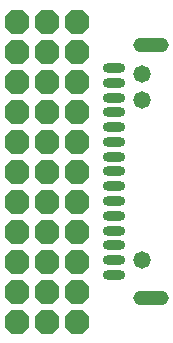
<source format=gbs>
G04 Layer_Color=16711935*
%FSLAX43Y43*%
%MOMM*%
G71*
G01*
G75*
%ADD18P,2.254X8X292.5*%
%ADD19C,1.473*%
G04:AMPARAMS|DCode=20|XSize=3.023mm|YSize=1.219mm|CornerRadius=0.61mm|HoleSize=0mm|Usage=FLASHONLY|Rotation=180.000|XOffset=0mm|YOffset=0mm|HoleType=Round|Shape=RoundedRectangle|*
%AMROUNDEDRECTD20*
21,1,3.023,0.000,0,0,180.0*
21,1,1.803,1.219,0,0,180.0*
1,1,1.219,-0.902,0.000*
1,1,1.219,0.902,0.000*
1,1,1.219,0.902,0.000*
1,1,1.219,-0.902,0.000*
%
%ADD20ROUNDEDRECTD20*%
G04:AMPARAMS|DCode=21|XSize=0.813mm|YSize=1.905mm|CornerRadius=0.406mm|HoleSize=0mm|Usage=FLASHONLY|Rotation=270.000|XOffset=0mm|YOffset=0mm|HoleType=Round|Shape=RoundedRectangle|*
%AMROUNDEDRECTD21*
21,1,0.813,1.092,0,0,270.0*
21,1,0.000,1.905,0,0,270.0*
1,1,0.813,-0.546,0.000*
1,1,0.813,-0.546,0.000*
1,1,0.813,0.546,0.000*
1,1,0.813,0.546,0.000*
%
%ADD21ROUNDEDRECTD21*%
D18*
X44323Y58039D02*
D03*
X46863D02*
D03*
X49403D02*
D03*
X44323Y55499D02*
D03*
X46863D02*
D03*
X49403D02*
D03*
X44323Y52959D02*
D03*
X46863D02*
D03*
X49403D02*
D03*
X44323Y50419D02*
D03*
X46863D02*
D03*
X49403D02*
D03*
X44323Y47879D02*
D03*
X46863D02*
D03*
X49403D02*
D03*
X44323Y45339D02*
D03*
X46863D02*
D03*
X49403D02*
D03*
X44323Y42799D02*
D03*
X46863D02*
D03*
X49403D02*
D03*
X44323Y40259D02*
D03*
X46863D02*
D03*
X49403D02*
D03*
X44323Y37719D02*
D03*
X46863D02*
D03*
X49403D02*
D03*
X44323Y35179D02*
D03*
X46863D02*
D03*
X49403D02*
D03*
Y32639D02*
D03*
X46863D02*
D03*
X44323D02*
D03*
D19*
X54864Y51435D02*
D03*
Y37846D02*
D03*
Y53594D02*
D03*
D20*
X55612Y34639D02*
D03*
Y56064D02*
D03*
D21*
X52462Y36589D02*
D03*
Y39089D02*
D03*
Y40339D02*
D03*
Y41589D02*
D03*
Y42849D02*
D03*
Y44094D02*
D03*
Y45364D02*
D03*
Y37839D02*
D03*
Y54108D02*
D03*
Y52864D02*
D03*
Y51594D02*
D03*
Y50349D02*
D03*
Y49089D02*
D03*
Y47839D02*
D03*
Y46589D02*
D03*
M02*

</source>
